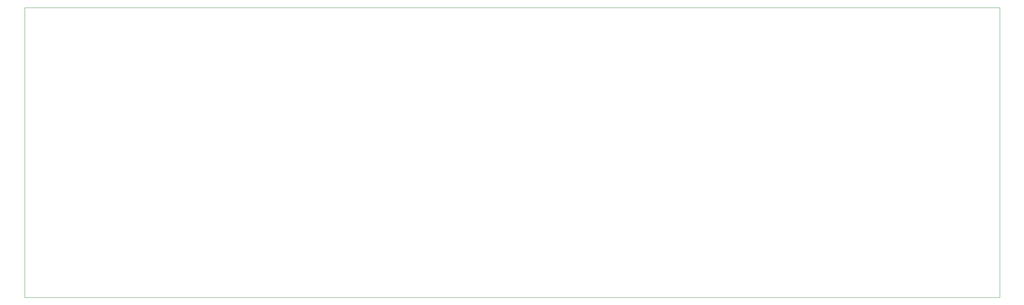
<source format=gm1>
G04 #@! TF.GenerationSoftware,KiCad,Pcbnew,6.0.8+dfsg-1~bpo11+1*
G04 #@! TF.CreationDate,2023-05-30T17:00:38-04:00*
G04 #@! TF.ProjectId,10_padded_high_res_loose,31305f70-6164-4646-9564-5f686967685f,rev?*
G04 #@! TF.SameCoordinates,Original*
G04 #@! TF.FileFunction,Profile,NP*
%FSLAX46Y46*%
G04 Gerber Fmt 4.6, Leading zero omitted, Abs format (unit mm)*
G04 Created by KiCad (PCBNEW 6.0.8+dfsg-1~bpo11+1) date 2023-05-30 17:00:38*
%MOMM*%
%LPD*%
G01*
G04 APERTURE LIST*
G04 #@! TA.AperFunction,Profile*
%ADD10C,0.100000*%
G04 #@! TD*
G04 APERTURE END LIST*
D10*
X42140000Y-47000000D02*
X270050000Y-47000000D01*
X270050000Y-47000000D02*
X270050000Y-114870000D01*
X270050000Y-114870000D02*
X42140000Y-114870000D01*
X42140000Y-114870000D02*
X42140000Y-47000000D01*
M02*

</source>
